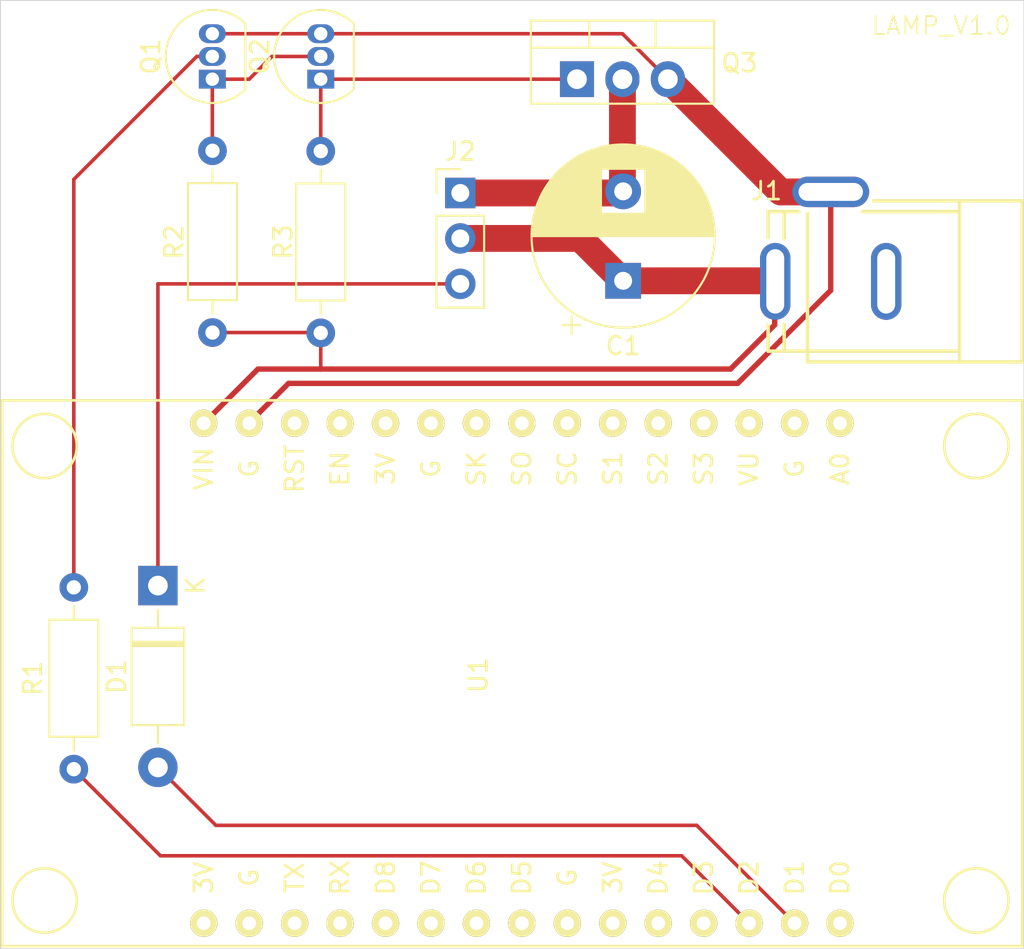
<source format=kicad_pcb>
(kicad_pcb (version 20221018) (generator pcbnew)
  (layers (0 "F.Cu" signal) (31 "B.Cu" signal) (34 "B.Paste" user) (35 "F.Paste" user) (36 "B.SilkS" user "B.Silkscreen") (37 "F.SilkS" user "F.Silkscreen") (38 "B.Mask" user) (39 "F.Mask" user) (44 "Edge.Cuts" user))
  (net 0 "")
  (net 1 "+5V")
  (net 2 "Net-(J2-Pin_1)")
  (net 3 "GND")
  (net 5 "Net-(Q1-C)")
  (net 6 "Net-(Q1-B)")
  (net 7 "Net-(Q2-C)")
  (net 34 "Net-(U1-D2(GPIO4))")
  (net 35 "Net-(D1-A)")
  (net 36 "Net-(D1-K)")
  (footprint "Package_TO_SOT_THT:TO-220-3_Vertical" (layer "F.Cu") (at 60.12 36.5)
    (fp_text reference "Q3" (at 9.08 -0.9) (layer "F.SilkS"))
    (fp_text value "IRF540N")
    (fp_line (start -2.58 -3.27) (end -2.58 1.371) (stroke (width 0.12)) (layer "F.SilkS"))
    (fp_line (start -2.58 -3.27) (end 7.66 -3.27) (stroke (width 0.12)) (layer "F.SilkS"))
    (fp_line (start -2.58 -1.76) (end 7.66 -1.76) (stroke (width 0.12)) (layer "F.SilkS"))
    (fp_line (start -2.58 1.371) (end 7.66 1.371) (stroke (width 0.12)) (layer "F.SilkS"))
    (fp_line (start 0.69 -3.27) (end 0.69 -1.76) (stroke (width 0.12)) (layer "F.SilkS"))
    (fp_line (start 4.391 -3.27) (end 4.391 -1.76) (stroke (width 0.12)) (layer "F.SilkS"))
    (fp_line (start 7.66 -3.27) (end 7.66 1.371) (stroke (width 0.12)) (layer "F.SilkS"))
    (pad "1" thru_hole rect (at 0 0) (size 1.905 2) (drill 1.1) (layers "*.Cu" "*.Mask") (net 7 "Net-(Q2-C)"))
    (pad "2" thru_hole oval (at 2.54 0) (size 1.905 2) (drill 1.1) (layers "*.Cu" "*.Mask") (net 2 "Net-(J2-Pin_1)"))
    (pad "3" thru_hole oval (at 5.08 0) (size 1.905 2) (drill 1.1) (layers "*.Cu" "*.Mask") (net 3 "GND"))
  )
  (footprint "Package_TO_SOT_THT:TO-92_Inline" (layer "F.Cu") (at 45.8 36.5 90)
    (fp_text reference "Q2" (at 1.27 -3.4 90) (layer "F.SilkS"))
    (fp_text value "BC547")
    (fp_line (start -0.53 1.85) (end 3.07 1.85) (stroke (width 0.12)) (layer "F.SilkS"))
    (fp_arc (start -0.568478 1.838478) (mid -1.132087 -0.994977) (end 1.27 -2.6) (stroke (width 0.12)) (layer "F.SilkS"))
    (fp_arc (start 1.27 -2.6) (mid 3.672087 -0.994977) (end 3.108478 1.838478) (stroke (width 0.12)) (layer "F.SilkS"))
    (pad "1" thru_hole rect (at 0 0 90) (size 1.05 1.5) (drill 0.75) (layers "*.Cu" "*.Mask") (net 7 "Net-(Q2-C)"))
    (pad "2" thru_hole oval (at 1.27 0 90) (size 1.05 1.5) (drill 0.75) (layers "*.Cu" "*.Mask") (net 5 "Net-(Q1-C)"))
    (pad "3" thru_hole oval (at 2.54 0 90) (size 1.05 1.5) (drill 0.75) (layers "*.Cu" "*.Mask") (net 3 "GND"))
  )
  (footprint "Diode_THT:D_DO-41_SOD81_P10.16mm_Horizontal" (layer "F.Cu") (at 36.7 64.8 -90)
    (fp_text reference "D1" (at 5.08 2.3 90) (layer "F.SilkS"))
    (fp_text value "1N4007")
    (fp_text user "K" (at 0 -2.1 90) (layer "F.SilkS"))
    (fp_line (start 1.34 0) (end 2.36 0) (stroke (width 0.12)) (layer "F.SilkS"))
    (fp_line (start 2.36 -1.47) (end 2.36 1.47) (stroke (width 0.12)) (layer "F.SilkS"))
    (fp_line (start 2.36 1.47) (end 7.8 1.47) (stroke (width 0.12)) (layer "F.SilkS"))
    (fp_line (start 3.14 -1.47) (end 3.14 1.47) (stroke (width 0.12)) (layer "F.SilkS"))
    (fp_line (start 3.26 -1.47) (end 3.26 1.47) (stroke (width 0.12)) (layer "F.SilkS"))
    (fp_line (start 3.38 -1.47) (end 3.38 1.47) (stroke (width 0.12)) (layer "F.SilkS"))
    (fp_line (start 7.8 -1.47) (end 2.36 -1.47) (stroke (width 0.12)) (layer "F.SilkS"))
    (fp_line (start 7.8 1.47) (end 7.8 -1.47) (stroke (width 0.12)) (layer "F.SilkS"))
    (fp_line (start 8.82 0) (end 7.8 0) (stroke (width 0.12)) (layer "F.SilkS"))
    (pad "1" thru_hole rect (at 0 0 270) (size 2.2 2.2) (drill 1.1) (layers "*.Cu" "*.Mask") (net 36 "Net-(D1-K)"))
    (pad "2" thru_hole oval (at 10.16 0 270) (size 2.2 2.2) (drill 1.1) (layers "*.Cu" "*.Mask") (net 35 "Net-(D1-A)"))
  )
  (footprint "Package_TO_SOT_THT:TO-92_Inline" (layer "F.Cu") (at 39.74 36.5 90)
    (fp_text reference "Q1" (at 1.27 -3.44 90) (layer "F.SilkS"))
    (fp_text value "BC547" hide)
    (fp_line (start -0.53 1.85) (end 3.07 1.85) (stroke (width 0.12)) (layer "F.SilkS"))
    (fp_arc (start -0.568478 1.838478) (mid -1.132087 -0.994977) (end 1.27 -2.6) (stroke (width 0.12)) (layer "F.SilkS"))
    (fp_arc (start 1.27 -2.6) (mid 3.672087 -0.994977) (end 3.108478 1.838478) (stroke (width 0.12)) (layer "F.SilkS"))
    (pad "1" thru_hole rect (at 0 0 90) (size 1.05 1.5) (drill 0.75) (layers "*.Cu" "*.Mask") (net 5 "Net-(Q1-C)"))
    (pad "2" thru_hole oval (at 1.27 0 90) (size 1.05 1.5) (drill 0.75) (layers "*.Cu" "*.Mask") (net 6 "Net-(Q1-B)"))
    (pad "3" thru_hole oval (at 2.54 0 90) (size 1.05 1.5) (drill 0.75) (layers "*.Cu" "*.Mask") (net 3 "GND"))
  )
  (footprint "Resistor_THT:R_Axial_DIN0207_L6.3mm_D2.5mm_P10.16mm_Horizontal" (layer "F.Cu") (at 32 75.06 90)
    (fp_text reference "R1" (at 5.08 -2.3 90) (layer "F.SilkS"))
    (fp_text value "10k")
    (fp_line (start 1.04 0) (end 1.81 0) (stroke (width 0.12)) (layer "F.SilkS"))
    (fp_line (start 1.81 -1.37) (end 1.81 1.37) (stroke (width 0.12)) (layer "F.SilkS"))
    (fp_line (start 1.81 1.37) (end 8.35 1.37) (stroke (width 0.12)) (layer "F.SilkS"))
    (fp_line (start 8.35 -1.37) (end 1.81 -1.37) (stroke (width 0.12)) (layer "F.SilkS"))
    (fp_line (start 8.35 1.37) (end 8.35 -1.37) (stroke (width 0.12)) (layer "F.SilkS"))
    (fp_line (start 9.12 0) (end 8.35 0) (stroke (width 0.12)) (layer "F.SilkS"))
    (pad "1" thru_hole circle (at 0 0 90) (size 1.6 1.6) (drill 0.8) (layers "*.Cu" "*.Mask") (net 34 "Net-(U1-D2(GPIO4))"))
    (pad "2" thru_hole oval (at 10.16 0 90) (size 1.6 1.6) (drill 0.8) (layers "*.Cu" "*.Mask") (net 6 "Net-(Q1-B)"))
  )
  (footprint "Resistor_THT:R_Axial_DIN0207_L6.3mm_D2.5mm_P10.16mm_Horizontal" (layer "F.Cu") (at 45.8 40.52 -90)
    (fp_text reference "R3" (at 5.08 2.1 90) (layer "F.SilkS"))
    (fp_text value "10k")
    (fp_line (start 1.04 0) (end 1.81 0) (stroke (width 0.12)) (layer "F.SilkS"))
    (fp_line (start 1.81 -1.37) (end 1.81 1.37) (stroke (width 0.12)) (layer "F.SilkS"))
    (fp_line (start 1.81 1.37) (end 8.35 1.37) (stroke (width 0.12)) (layer "F.SilkS"))
    (fp_line (start 8.35 -1.37) (end 1.81 -1.37) (stroke (width 0.12)) (layer "F.SilkS"))
    (fp_line (start 8.35 1.37) (end 8.35 -1.37) (stroke (width 0.12)) (layer "F.SilkS"))
    (fp_line (start 9.12 0) (end 8.35 0) (stroke (width 0.12)) (layer "F.SilkS"))
    (pad "1" thru_hole circle (at 0 0 270) (size 1.6 1.6) (drill 0.8) (layers "*.Cu" "*.Mask") (net 7 "Net-(Q2-C)"))
    (pad "2" thru_hole oval (at 10.16 0 270) (size 1.6 1.6) (drill 0.8) (layers "*.Cu" "*.Mask") (net 1 "+5V"))
  )
  (footprint "Connector_PinHeader_2.54mm:PinHeader_1x03_P2.54mm_Vertical" (layer "F.Cu") (at 53.6 42.86)
    (fp_text reference "J2" (at 0 -2.33) (layer "F.SilkS"))
    (fp_text value "WS2812B (header)")
    (fp_line (start -1.33 -1.33) (end 0 -1.33) (stroke (width 0.12)) (layer "F.SilkS"))
    (fp_line (start -1.33 0) (end -1.33 -1.33) (stroke (width 0.12)) (layer "F.SilkS"))
    (fp_line (start -1.33 1.27) (end -1.33 6.41) (stroke (width 0.12)) (layer "F.SilkS"))
    (fp_line (start -1.33 1.27) (end 1.33 1.27) (stroke (width 0.12)) (layer "F.SilkS"))
    (fp_line (start -1.33 6.41) (end 1.33 6.41) (stroke (width 0.12)) (layer "F.SilkS"))
    (fp_line (start 1.33 1.27) (end 1.33 6.41) (stroke (width 0.12)) (layer "F.SilkS"))
    (pad "1" thru_hole rect (at 0 0) (size 1.7 1.7) (drill 1) (layers "*.Cu" "*.Mask") (net 2 "Net-(J2-Pin_1)"))
    (pad "2" thru_hole oval (at 0 2.54) (size 1.7 1.7) (drill 1) (layers "*.Cu" "*.Mask") (net 1 "+5V"))
    (pad "3" thru_hole oval (at 0 5.08) (size 1.7 1.7) (drill 1) (layers "*.Cu" "*.Mask") (net 36 "Net-(D1-K)"))
  )
  (footprint "ESP8266:NodeMCU-LoLinV3" (layer "F.Cu") (at 54.5 69.7 -90)
    (fp_text reference "U1" (at 0.1 -0.1 90) (layer "F.SilkS"))
    (fp_text value "NodeMCU 3.0 (ESP-12E)")
    (fp_text user "G" (at 11.43 12.7 90) (layer "F.SilkS"))
    (fp_text user "3V" (at -11.43 5.08 90) (layer "F.SilkS"))
    (fp_text user "D6" (at 11.43 0 90) (layer "F.SilkS"))
    (fp_text user "D0" (at 11.43 -20.32 90) (layer "F.SilkS"))
    (fp_text user "D2" (at 11.43 -15.24 90) (layer "F.SilkS"))
    (fp_text user "SK" (at -11.43 0 90) (layer "F.SilkS"))
    (fp_text user "VU" (at -11.43 -15.24 90) (layer "F.SilkS"))
    (fp_text user "G" (at -11.43 12.7 90) (layer "F.SilkS"))
    (fp_text user "S1" (at -11.43 -7.62 90) (layer "F.SilkS"))
    (fp_text user "EN" (at -11.43 7.62 90) (layer "F.SilkS"))
    (fp_text user "S3" (at -11.43 -12.7 90) (layer "F.SilkS"))
    (fp_text user "D3" (at 11.43 -12.7 90) (layer "F.SilkS"))
    (fp_text user "D8" (at 11.43 5.08 90) (layer "F.SilkS"))
    (fp_text user "TX" (at 11.43 10.16 90) (layer "F.SilkS"))
    (fp_text user "G" (at -11.43 -17.78 90) (layer "F.SilkS"))
    (fp_text user "3V" (at 11.43 -7.62 90) (layer "F.SilkS"))
    (fp_text user "S2" (at -11.43 -10.16 90) (layer "F.SilkS"))
    (fp_text user "G" (at -11.43 2.54 90) (layer "F.SilkS"))
    (fp_text user "RST" (at -11.43 10.16 90) (layer "F.SilkS"))
    (fp_text user "3V" (at 11.43 15.24 90) (layer "F.SilkS"))
    (fp_text user "A0" (at -11.43 -20.32 90) (layer "F.SilkS"))
    (fp_text user "D1" (at 11.43 -17.78 90) (layer "F.SilkS"))
    (fp_text user "RX" (at 11.43 7.62 90) (layer "F.SilkS"))
    (fp_text user "G" (at 11.43 -5.08 90) (layer "F.SilkS"))
    (fp_text user "D4" (at 11.43 -10.16 90) (layer "F.SilkS"))
    (fp_text user "SC" (at -11.43 -5.08 90) (layer "F.SilkS"))
    (fp_text user "D7" (at 11.43 2.54 90) (layer "F.SilkS"))
    (fp_text user "SO" (at -11.43 -2.54 90) (layer "F.SilkS"))
    (fp_text user "VIN" (at -11.43 15.24 90) (layer "F.SilkS"))
    (fp_text user "D5" (at 11.43 -2.54 90) (layer "F.SilkS"))
    (fp_line (start -15.25 -30.5) (end -15.25 26.5) (stroke (width 0.15)) (layer "F.SilkS"))
    (fp_line (start -15.25 26.5) (end 15.25 26.5) (stroke (width 0.15)) (layer "F.SilkS"))
    (fp_line (start -14.75 -30.5) (end -15.25 -30.5) (stroke (width 0.15)) (layer "F.SilkS"))
    (fp_line (start 15.25 -30.5) (end -14.75 -30.5) (stroke (width 0.15)) (layer "F.SilkS"))
    (fp_line (start 15.25 26.5) (end 15.25 -30.5) (stroke (width 0.15)) (layer "F.SilkS"))
    (fp_circle (center -12.7 -27.94) (end -11.43 -29.21) (stroke (width 0.15)) (fill none) (layer "F.SilkS"))
    (fp_circle (center -12.7 24.13) (end -11.43 22.86) (stroke (width 0.15)) (fill none) (layer "F.SilkS"))
    (fp_circle (center 12.7 -27.94) (end 13.97 -29.21) (stroke (width 0.15)) (fill none) (layer "F.SilkS"))
    (fp_circle (center 12.7 24.13) (end 13.97 22.86) (stroke (width 0.15)) (fill none) (layer "F.SilkS"))
    (pad "1" thru_hole circle (at -13.97 -20.32 270) (size 1.524 1.524) (drill 0.762) (layers "*.Cu" "*.Mask" "F.SilkS"))
    (pad "2" thru_hole circle (at -13.97 -17.78 270) (size 1.524 1.524) (drill 0.762) (layers "*.Cu" "*.Mask" "F.SilkS"))
    (pad "3" thru_hole circle (at -13.97 -15.24 270) (size 1.524 1.524) (drill 0.762) (layers "*.Cu" "*.Mask" "F.SilkS"))
    (pad "4" thru_hole circle (at -13.97 -12.7 270) (size 1.524 1.524) (drill 0.762) (layers "*.Cu" "*.Mask" "F.SilkS"))
    (pad "5" thru_hole circle (at -13.97 -10.16 270) (size 1.524 1.524) (drill 0.762) (layers "*.Cu" "*.Mask" "F.SilkS"))
    (pad "6" thru_hole circle (at -13.97 -7.62 270) (size 1.524 1.524) (drill 0.762) (layers "*.Cu" "*.Mask" "F.SilkS"))
    (pad "7" thru_hole circle (at -13.97 -5.08 270) (size 1.524 1.524) (drill 0.762) (layers "*.Cu" "*.Mask" "F.SilkS"))
    (pad "8" thru_hole circle (at -13.97 -2.54 270) (size 1.524 1.524) (drill 0.762) (layers "*.Cu" "*.Mask" "F.SilkS"))
    (pad "9" thru_hole circle (at -13.97 0 270) (size 1.524 1.524) (drill 0.762) (layers "*.Cu" "*.Mask" "F.SilkS"))
    (pad "10" thru_hole circle (at -13.97 2.54 270) (size 1.524 1.524) (drill 0.762) (layers "*.Cu" "*.Mask" "F.SilkS"))
    (pad "11" thru_hole circle (at -13.97 5.08 270) (size 1.524 1.524) (drill 0.762) (layers "*.Cu" "*.Mask" "F.SilkS"))
    (pad "12" thru_hole circle (at -13.97 7.62 270) (size 1.524 1.524) (drill 0.762) (layers "*.Cu" "*.Mask" "F.SilkS"))
    (pad "13" thru_hole circle (at -13.97 10.16 270) (size 1.524 1.524) (drill 0.762) (layers "*.Cu" "*.Mask" "F.SilkS"))
    (pad "14" thru_hole circle (at -13.97 12.7 270) (size 1.524 1.524) (drill 0.762) (layers "*.Cu" "*.Mask" "F.SilkS") (net 3 "GND"))
    (pad "15" thru_hole circle (at -13.97 15.24 270) (size 1.524 1.524) (drill 0.762) (layers "*.Cu" "*.Mask" "F.SilkS") (net 1 "+5V"))
    (pad "16" thru_hole circle (at 13.97 15.24 270) (size 1.524 1.524) (drill 0.762) (layers "*.Cu" "*.Mask" "F.SilkS"))
    (pad "17" thru_hole circle (at 13.97 12.7 270) (size 1.524 1.524) (drill 0.762) (layers "*.Cu" "*.Mask" "F.SilkS"))
    (pad "18" thru_hole circle (at 13.97 10.16 270) (size 1.524 1.524) (drill 0.762) (layers "*.Cu" "*.Mask" "F.SilkS"))
    (pad "19" thru_hole circle (at 13.97 7.62 270) (size 1.524 1.524) (drill 0.762) (layers "*.Cu" "*.Mask" "F.SilkS"))
    (pad "20" thru_hole circle (at 13.97 5.08 270) (size 1.524 1.524) (drill 0.762) (layers "*.Cu" "*.Mask" "F.SilkS"))
    (pad "21" thru_hole circle (at 13.97 2.54 270) (size 1.524 1.524) (drill 0.762) (layers "*.Cu" "*.Mask" "F.SilkS"))
    (pad "22" thru_hole circle (at 13.97 0 270) (size 1.524 1.524) (drill 0.762) (layers "*.Cu" "*.Mask" "F.SilkS"))
    (pad "23" thru_hole circle (at 13.97 -2.54 270) (size 1.524 1.524) (drill 0.762) (layers "*.Cu" "*.Mask" "F.SilkS"))
    (pad "24" thru_hole circle (at 13.97 -5.08 270) (size 1.524 1.524) (drill 0.762) (layers "*.Cu" "*.Mask" "F.SilkS"))
    (pad "25" thru_hole circle (at 13.97 -7.62 270) (size 1.524 1.524) (drill 0.762) (layers "*.Cu" "*.Mask" "F.SilkS"))
    (pad "26" thru_hole circle (at 13.97 -10.16 270) (size 1.524 1.524) (drill 0.762) (layers "*.Cu" "*.Mask" "F.SilkS"))
    (pad "27" thru_hole circle (at 13.97 -12.7 270) (size 1.524 1.524) (drill 0.762) (layers "*.Cu" "*.Mask" "F.SilkS"))
    (pad "28" thru_hole circle (at 13.97 -15.24 270) (size 1.524 1.524) (drill 0.762) (layers "*.Cu" "*.Mask" "F.SilkS") (net 34 "Net-(U1-D2(GPIO4))"))
    (pad "29" thru_hole circle (at 13.97 -17.78 270) (size 1.524 1.524) (drill 0.762) (layers "*.Cu" "*.Mask" "F.SilkS") (net 35 "Net-(D1-A)"))
    (pad "30" thru_hole circle (at 13.97 -20.32 270) (size 1.524 1.524) (drill 0.762) (layers "*.Cu" "*.Mask" "F.SilkS"))
  )
  (footprint "FC68148:CLIFF_FC68148(DC-10A)" (layer "F.Cu") (at 77.4 47.8 90)
    (fp_text reference "J1" (at 5.0546 -6.6802) (layer "F.SilkS"))
    (fp_text value "FC68148")
    (fp_line (start -4.5 -4.4) (end 3.8 -4.4) (stroke (width 0.2)) (layer "F.SilkS"))
    (fp_line (start -4.5 4.1) (end 4.5 4.1) (stroke (width 0.2)) (layer "F.SilkS"))
    (fp_line (start -4.5 7.6) (end -4.5 -4.4) (stroke (width 0.2)) (layer "F.SilkS"))
    (fp_line (start -4.5 7.6) (end 4.5 7.6) (stroke (width 0.2)) (layer "F.SilkS"))
    (fp_line (start -3.9 -6.6) (end -2.431 -6.6) (stroke (width 0.2)) (layer "F.SilkS"))
    (fp_line (start -3.9 -5.7) (end -2.391 -5.7) (stroke (width 0.2)) (layer "F.SilkS"))
    (fp_line (start -3.9 4.1) (end -3.9 -6.6) (stroke (width 0.2)) (layer "F.SilkS"))
    (fp_line (start 2.391 -5.7) (end 3.9 -5.7) (stroke (width 0.2)) (layer "F.SilkS"))
    (fp_line (start 2.431 -6.6) (end 3.9 -6.6) (stroke (width 0.2)) (layer "F.SilkS"))
    (fp_line (start 3.9 -4.88) (end 3.9 -6.6) (stroke (width 0.2)) (layer "F.SilkS"))
    (fp_line (start 3.9 4.1) (end 3.9 -1.32) (stroke (width 0.2)) (layer "F.SilkS"))
    (fp_line (start 4.5 7.6) (end 4.5 -0.709) (stroke (width 0.2)) (layer "F.SilkS"))
    (pad "1" thru_hole roundrect (at 0 -6.2 90) (size 4.3 1.7) (drill oval 3.6 1) (layers "*.Cu" "*.Mask") (roundrect_rratio 0.5) (net 1 "+5V"))
    (pad "2" thru_hole roundrect (at 5 -3.1 180) (size 4.3 1.7) (drill oval 3.6 1) (layers "*.Cu" "*.Mask") (roundrect_rratio 0.5) (net 3 "GND"))
    (pad "3" thru_hole roundrect (at 0 0 270) (size 4.3 1.7) (drill oval 3.6 1) (layers "*.Cu" "*.Mask") (roundrect_rratio 0.5))
  )
  (footprint "Capacitor_THT:CP_Radial_D10.0mm_P5.00mm" (layer "F.Cu") (at 62.7 47.767677 90)
    (fp_text reference "C1" (at -3.632323 0) (layer "F.SilkS"))
    (fp_text value "1000µF")
    (fp_line (start -2.979646 -2.875) (end -1.979646 -2.875) (stroke (width 0.12)) (layer "F.SilkS"))
    (fp_line (start -2.479646 -3.375) (end -2.479646 -2.375) (stroke (width 0.12)) (layer "F.SilkS"))
    (fp_line (start 2.5 -5.08) (end 2.5 5.08) (stroke (width 0.12)) (layer "F.SilkS"))
    (fp_line (start 2.54 -5.08) (end 2.54 5.08) (stroke (width 0.12)) (layer "F.SilkS"))
    (fp_line (start 2.58 -5.08) (end 2.58 5.08) (stroke (width 0.12)) (layer "F.SilkS"))
    (fp_line (start 2.62 -5.079) (end 2.62 5.079) (stroke (width 0.12)) (layer "F.SilkS"))
    (fp_line (start 2.66 -5.078) (end 2.66 5.078) (stroke (width 0.12)) (layer "F.SilkS"))
    (fp_line (start 2.7 -5.077) (end 2.7 5.077) (stroke (width 0.12)) (layer "F.SilkS"))
    (fp_line (start 2.74 -5.075) (end 2.74 5.075) (stroke (width 0.12)) (layer "F.SilkS"))
    (fp_line (start 2.78 -5.073) (end 2.78 5.073) (stroke (width 0.12)) (layer "F.SilkS"))
    (fp_line (start 2.82 -5.07) (end 2.82 5.07) (stroke (width 0.12)) (layer "F.SilkS"))
    (fp_line (start 2.86 -5.068) (end 2.86 5.068) (stroke (width 0.12)) (layer "F.SilkS"))
    (fp_line (start 2.9 -5.065) (end 2.9 5.065) (stroke (width 0.12)) (layer "F.SilkS"))
    (fp_line (start 2.94 -5.062) (end 2.94 5.062) (stroke (width 0.12)) (layer "F.SilkS"))
    (fp_line (start 2.98 -5.058) (end 2.98 5.058) (stroke (width 0.12)) (layer "F.SilkS"))
    (fp_line (start 3.02 -5.054) (end 3.02 5.054) (stroke (width 0.12)) (layer "F.SilkS"))
    (fp_line (start 3.06 -5.05) (end 3.06 5.05) (stroke (width 0.12)) (layer "F.SilkS"))
    (fp_line (start 3.1 -5.045) (end 3.1 5.045) (stroke (width 0.12)) (layer "F.SilkS"))
    (fp_line (start 3.14 -5.04) (end 3.14 5.04) (stroke (width 0.12)) (layer "F.SilkS"))
    (fp_line (start 3.18 -5.035) (end 3.18 5.035) (stroke (width 0.12)) (layer "F.SilkS"))
    (fp_line (start 3.221 -5.03) (end 3.221 5.03) (stroke (width 0.12)) (layer "F.SilkS"))
    (fp_line (start 3.261 -5.024) (end 3.261 5.024) (stroke (width 0.12)) (layer "F.SilkS"))
    (fp_line (start 3.301 -5.018) (end 3.301 5.018) (stroke (width 0.12)) (layer "F.SilkS"))
    (fp_line (start 3.341 -5.011) (end 3.341 5.011) (stroke (width 0.12)) (layer "F.SilkS"))
    (fp_line (start 3.381 -5.004) (end 3.381 5.004) (stroke (width 0.12)) (layer "F.SilkS"))
    (fp_line (start 3.421 -4.997) (end 3.421 4.997) (stroke (width 0.12)) (layer "F.SilkS"))
    (fp_line (start 3.461 -4.99) (end 3.461 4.99) (stroke (width 0.12)) (layer "F.SilkS"))
    (fp_line (start 3.501 -4.982) (end 3.501 4.982) (stroke (width 0.12)) (layer "F.SilkS"))
    (fp_line (start 3.541 -4.974) (end 3.541 4.974) (stroke (width 0.12)) (layer "F.SilkS"))
    (fp_line (start 3.581 -4.965) (end 3.581 4.965) (stroke (width 0.12)) (layer "F.SilkS"))
    (fp_line (start 3.621 -4.956) (end 3.621 4.956) (stroke (width 0.12)) (layer "F.SilkS"))
    (fp_line (start 3.661 -4.947) (end 3.661 4.947) (stroke (width 0.12)) (layer "F.SilkS"))
    (fp_line (start 3.701 -4.938) (end 3.701 4.938) (stroke (width 0.12)) (layer "F.SilkS"))
    (fp_line (start 3.741 -4.928) (end 3.741 4.928) (stroke (width 0.12)) (layer "F.SilkS"))
    (fp_line (start 3.781 -4.918) (end 3.781 -1.241) (stroke (width 0.12)) (layer "F.SilkS"))
    (fp_line (start 3.781 1.241) (end 3.781 4.918) (stroke (width 0.12)) (layer "F.SilkS"))
    (fp_line (start 3.821 -4.907) (end 3.821 -1.241) (stroke (width 0.12)) (layer "F.SilkS"))
    (fp_line (start 3.821 1.241) (end 3.821 4.907) (stroke (width 0.12)) (layer "F.SilkS"))
    (fp_line (start 3.861 -4.897) (end 3.861 -1.241) (stroke (width 0.12)) (layer "F.SilkS"))
    (fp_line (start 3.861 1.241) (end 3.861 4.897) (stroke (width 0.12)) (layer "F.SilkS"))
    (fp_line (start 3.901 -4.885) (end 3.901 -1.241) (stroke (width 0.12)) (layer "F.SilkS"))
    (fp_line (start 3.901 1.241) (end 3.901 4.885) (stroke (width 0.12)) (layer "F.SilkS"))
    (fp_line (start 3.941 -4.874) (end 3.941 -1.241) (stroke (width 0.12)) (layer "F.SilkS"))
    (fp_line (start 3.941 1.241) (end 3.941 4.874) (stroke (width 0.12)) (layer "F.SilkS"))
    (fp_line (start 3.981 -4.862) (end 3.981 -1.241) (stroke (width 0.12)) (layer "F.SilkS"))
    (fp_line (start 3.981 1.241) (end 3.981 4.862) (stroke (width 0.12)) (layer "F.SilkS"))
    (fp_line (start 4.021 -4.85) (end 4.021 -1.241) (stroke (width 0.12)) (layer "F.SilkS"))
    (fp_line (start 4.021 1.241) (end 4.021 4.85) (stroke (width 0.12)) (layer "F.SilkS"))
    (fp_line (start 4.061 -4.837) (end 4.061 -1.241) (stroke (width 0.12)) (layer "F.SilkS"))
    (fp_line (start 4.061 1.241) (end 4.061 4.837) (stroke (width 0.12)) (layer "F.SilkS"))
    (fp_line (start 4.101 -4.824) (end 4.101 -1.241) (stroke (width 0.12)) (layer "F.SilkS"))
    (fp_line (start 4.101 1.241) (end 4.101 4.824) (stroke (width 0.12)) (layer "F.SilkS"))
    (fp_line (start 4.141 -4.811) (end 4.141 -1.241) (stroke (width 0.12)) (layer "F.SilkS"))
    (fp_line (start 4.141 1.241) (end 4.141 4.811) (stroke (width 0.12)) (layer "F.SilkS"))
    (fp_line (start 4.181 -4.797) (end 4.181 -1.241) (stroke (width 0.12)) (layer "F.SilkS"))
    (fp_line (start 4.181 1.241) (end 4.181 4.797) (stroke (width 0.12)) (layer "F.SilkS"))
    (fp_line (start 4.221 -4.783) (end 4.221 -1.241) (stroke (width 0.12)) (layer "F.SilkS"))
    (fp_line (start 4.221 1.241) (end 4.221 4.783) (stroke (width 0.12)) (layer "F.SilkS"))
    (fp_line (start 4.261 -4.768) (end 4.261 -1.241) (stroke (width 0.12)) (layer "F.SilkS"))
    (fp_line (start 4.261 1.241) (end 4.261 4.768) (stroke (width 0.12)) (layer "F.SilkS"))
    (fp_line (start 4.301 -4.754) (end 4.301 -1.241) (stroke (width 0.12)) (layer "F.SilkS"))
    (fp_line (start 4.301 1.241) (end 4.301 4.754) (stroke (width 0.12)) (layer "F.SilkS"))
    (fp_line (start 4.341 -4.738) (end 4.341 -1.241) (stroke (width 0.12)) (layer "F.SilkS"))
    (fp_line (start 4.341 1.241) (end 4.341 4.738) (stroke (width 0.12)) (layer "F.SilkS"))
    (fp_line (start 4.381 -4.723) (end 4.381 -1.241) (stroke (width 0.12)) (layer "F.SilkS"))
    (fp_line (start 4.381 1.241) (end 4.381 4.723) (stroke (width 0.12)) (layer "F.SilkS"))
    (fp_line (start 4.421 -4.707) (end 4.421 -1.241) (stroke (width 0.12)) (layer "F.SilkS"))
    (fp_line (start 4.421 1.241) (end 4.421 4.707) (stroke (width 0.12)) (layer "F.SilkS"))
    (fp_line (start 4.461 -4.69) (end 4.461 -1.241) (stroke (width 0.12)) (layer "F.SilkS"))
    (fp_line (start 4.461 1.241) (end 4.461 4.69) (stroke (width 0.12)) (layer "F.SilkS"))
    (fp_line (start 4.501 -4.674) (end 4.501 -1.241) (stroke (width 0.12)) (layer "F.SilkS"))
    (fp_line (start 4.501 1.241) (end 4.501 4.674) (stroke (width 0.12)) (layer "F.SilkS"))
    (fp_line (start 4.541 -4.657) (end 4.541 -1.241) (stroke (width 0.12)) (layer "F.SilkS"))
    (fp_line (start 4.541 1.241) (end 4.541 4.657) (stroke (width 0.12)) (layer "F.SilkS"))
    (fp_line (start 4.581 -4.639) (end 4.581 -1.241) (stroke (width 0.12)) (layer "F.SilkS"))
    (fp_line (start 4.581 1.241) (end 4.581 4.639) (stroke (width 0.12)) (layer "F.SilkS"))
    (fp_line (start 4.621 -4.621) (end 4.621 -1.241) (stroke (width 0.12)) (layer "F.SilkS"))
    (fp_line (start 4.621 1.241) (end 4.621 4.621) (stroke (width 0.12)) (layer "F.SilkS"))
    (fp_line (start 4.661 -4.603) (end 4.661 -1.241) (stroke (width 0.12)) (layer "F.SilkS"))
    (fp_line (start 4.661 1.241) (end 4.661 4.603) (stroke (width 0.12)) (layer "F.SilkS"))
    (fp_line (start 4.701 -4.584) (end 4.701 -1.241) (stroke (width 0.12)) (layer "F.SilkS"))
    (fp_line (start 4.701 1.241) (end 4.701 4.584) (stroke (width 0.12)) (layer "F.SilkS"))
    (fp_line (start 4.741 -4.564) (end 4.741 -1.241) (stroke (width 0.12)) (layer "F.SilkS"))
    (fp_line (start 4.741 1.241) (end 4.741 4.564) (stroke (width 0.12)) (layer "F.SilkS"))
    (fp_line (start 4.781 -4.545) (end 4.781 -1.241) (stroke (width 0.12)) (layer "F.SilkS"))
    (fp_line (start 4.781 1.241) (end 4.781 4.545) (stroke (width 0.12)) (layer "F.SilkS"))
    (fp_line (start 4.821 -4.525) (end 4.821 -1.241) (stroke (width 0.12)) (layer "F.SilkS"))
    (fp_line (start 4.821 1.241) (end 4.821 4.525) (stroke (width 0.12)) (layer "F.SilkS"))
    (fp_line (start 4.861 -4.504) (end 4.861 -1.241) (stroke (width 0.12)) (layer "F.SilkS"))
    (fp_line (start 4.861 1.241) (end 4.861 4.504) (stroke (width 0.12)) (layer "F.SilkS"))
    (fp_line (start 4.901 -4.483) (end 4.901 -1.241) (stroke (width 0.12)) (layer "F.SilkS"))
    (fp_line (start 4.901 1.241) (end 4.901 4.483) (stroke (width 0.12)) (layer "F.SilkS"))
    (fp_line (start 4.941 -4.462) (end 4.941 -1.241) (stroke (width 0.12)) (layer "F.SilkS"))
    (fp_line (start 4.941 1.241) (end 4.941 4.462) (stroke (width 0.12)) (layer "F.SilkS"))
    (fp_line (start 4.981 -4.44) (end 4.981 -1.241) (stroke (width 0.12)) (layer "F.SilkS"))
    (fp_line (start 4.981 1.241) (end 4.981 4.44) (stroke (width 0.12)) (layer "F.SilkS"))
    (fp_line (start 5.021 -4.417) (end 5.021 -1.241) (stroke (width 0.12)) (layer "F.SilkS"))
    (fp_line (start 5.021 1.241) (end 5.021 4.417) (stroke (width 0.12)) (layer "F.SilkS"))
    (fp_line (start 5.061 -4.395) (end 5.061 -1.241) (stroke (width 0.12)) (layer "F.SilkS"))
    (fp_line (start 5.061 1.241) (end 5.061 4.395) (stroke (width 0.12)) (layer "F.SilkS"))
    (fp_line (start 5.101 -4.371) (end 5.101 -1.241) (stroke (width 0.12)) (layer "F.SilkS"))
    (fp_line (start 5.101 1.241) (end 5.101 4.371) (stroke (width 0.12)) (layer "F.SilkS"))
    (fp_line (start 5.141 -4.347) (end 5.141 -1.241) (stroke (width 0.12)) (layer "F.SilkS"))
    (fp_line (start 5.141 1.241) (end 5.141 4.347) (stroke (width 0.12)) (layer "F.SilkS"))
    (fp_line (start 5.181 -4.323) (end 5.181 -1.241) (stroke (width 0.12)) (layer "F.SilkS"))
    (fp_line (start 5.181 1.241) (end 5.181 4.323) (stroke (width 0.12)) (layer "F.SilkS"))
    (fp_line (start 5.221 -4.298) (end 5.221 -1.241) (stroke (width 0.12)) (layer "F.SilkS"))
    (fp_line (start 5.221 1.241) (end 5.221 4.298) (stroke (width 0.12)) (layer "F.SilkS"))
    (fp_line (start 5.261 -4.273) (end 5.261 -1.241) (stroke (width 0.12)) (layer "F.SilkS"))
    (fp_line (start 5.261 1.241) (end 5.261 4.273) (stroke (width 0.12)) (layer "F.SilkS"))
    (fp_line (start 5.301 -4.247) (end 5.301 -1.241) (stroke (width 0.12)) (layer "F.SilkS"))
    (fp_line (start 5.301 1.241) (end 5.301 4.247) (stroke (width 0.12)) (layer "F.SilkS"))
    (fp_line (start 5.341 -4.221) (end 5.341 -1.241) (stroke (width 0.12)) (layer "F.SilkS"))
    (fp_line (start 5.341 1.241) (end 5.341 4.221) (stroke (width 0.12)) (layer "F.SilkS"))
    (fp_line (start 5.381 -4.194) (end 5.381 -1.241) (stroke (width 0.12)) (layer "F.SilkS"))
    (fp_line (start 5.381 1.241) (end 5.381 4.194) (stroke (width 0.12)) (layer "F.SilkS"))
    (fp_line (start 5.421 -4.166) (end 5.421 -1.241) (stroke (width 0.12)) (layer "F.SilkS"))
    (fp_line (start 5.421 1.241) (end 5.421 4.166) (stroke (width 0.12)) (layer "F.SilkS"))
    (fp_line (start 5.461 -4.138) (end 5.461 -1.241) (stroke (width 0.12)) (layer "F.SilkS"))
    (fp_line (start 5.461 1.241) (end 5.461 4.138) (stroke (width 0.12)) (layer "F.SilkS"))
    (fp_line (start 5.501 -4.11) (end 5.501 -1.241) (stroke (width 0.12)) (layer "F.SilkS"))
    (fp_line (start 5.501 1.241) (end 5.501 4.11) (stroke (width 0.12)) (layer "F.SilkS"))
    (fp_line (start 5.541 -4.08) (end 5.541 -1.241) (stroke (width 0.12)) (layer "F.SilkS"))
    (fp_line (start 5.541 1.241) (end 5.541 4.08) (stroke (width 0.12)) (layer "F.SilkS"))
    (fp_line (start 5.581 -4.05) (end 5.581 -1.241) (stroke (width 0.12)) (layer "F.SilkS"))
    (fp_line (start 5.581 1.241) (end 5.581 4.05) (stroke (width 0.12)) (layer "F.SilkS"))
    (fp_line (start 5.621 -4.02) (end 5.621 -1.241) (stroke (width 0.12)) (layer "F.SilkS"))
    (fp_line (start 5.621 1.241) (end 5.621 4.02) (stroke (width 0.12)) (layer "F.SilkS"))
    (fp_line (start 5.661 -3.989) (end 5.661 -1.241) (stroke (width 0.12)) (layer "F.SilkS"))
    (fp_line (start 5.661 1.241) (end 5.661 3.989) (stroke (width 0.12)) (layer "F.SilkS"))
    (fp_line (start 5.701 -3.957) (end 5.701 -1.241) (stroke (width 0.12)) (layer "F.SilkS"))
    (fp_line (start 5.701 1.241) (end 5.701 3.957) (stroke (width 0.12)) (layer "F.SilkS"))
    (fp_line (start 5.741 -3.925) (end 5.741 -1.241) (stroke (width 0.12)) (layer "F.SilkS"))
    (fp_line (start 5.741 1.241) (end 5.741 3.925) (stroke (width 0.12)) (layer "F.SilkS"))
    (fp_line (start 5.781 -3.892) (end 5.781 -1.241) (stroke (width 0.12)) (layer "F.SilkS"))
    (fp_line (start 5.781 1.241) (end 5.781 3.892) (stroke (width 0.12)) (layer "F.SilkS"))
    (fp_line (start 5.821 -3.858) (end 5.821 -1.241) (stroke (width 0.12)) (layer "F.SilkS"))
    (fp_line (start 5.821 1.241) (end 5.821 3.858) (stroke (width 0.12)) (layer "F.SilkS"))
    (fp_line (start 5.861 -3.824) (end 5.861 -1.241) (stroke (width 0.12)) (layer "F.SilkS"))
    (fp_line (start 5.861 1.241) (end 5.861 3.824) (stroke (width 0.12)) (layer "F.SilkS"))
    (fp_line (start 5.901 -3.789) (end 5.901 -1.241) (stroke (width 0.12)) (layer "F.SilkS"))
    (fp_line (start 5.901 1.241) (end 5.901 3.789) (stroke (width 0.12)) (layer "F.SilkS"))
    (fp_line (start 5.941 -3.753) (end 5.941 -1.241) (stroke (width 0.12)) (layer "F.SilkS"))
    (fp_line (start 5.941 1.241) (end 5.941 3.753) (stroke (width 0.12)) (layer "F.SilkS"))
    (fp_line (start 5.981 -3.716) (end 5.981 -1.241) (stroke (width 0.12)) (layer "F.SilkS"))
    (fp_line (start 5.981 1.241) (end 5.981 3.716) (stroke (width 0.12)) (layer "F.SilkS"))
    (fp_line (start 6.021 -3.679) (end 6.021 -1.241) (stroke (width 0.12)) (layer "F.SilkS"))
    (fp_line (start 6.021 1.241) (end 6.021 3.679) (stroke (width 0.12)) (layer "F.SilkS"))
    (fp_line (start 6.061 -3.64) (end 6.061 -1.241) (stroke (width 0.12)) (layer "F.SilkS"))
    (fp_line (start 6.061 1.241) (end 6.061 3.64) (stroke (width 0.12)) (layer "F.SilkS"))
    (fp_line (start 6.101 -3.601) (end 6.101 -1.241) (stroke (width 0.12)) (layer "F.SilkS"))
    (fp_line (start 6.101 1.241) (end 6.101 3.601) (stroke (width 0.12)) (layer "F.SilkS"))
    (fp_line (start 6.141 -3.561) (end 6.141 -1.241) (stroke (width 0.12)) (layer "F.SilkS"))
    (fp_line (start 6.141 1.241) (end 6.141 3.561) (stroke (width 0.12)) (layer "F.SilkS"))
    (fp_line (start 6.181 -3.52) (end 6.181 -1.241) (stroke (width 0.12)) (layer "F.SilkS"))
    (fp_line (start 6.181 1.241) (end 6.181 3.52) (stroke (width 0.12)) (layer "F.SilkS"))
    (fp_line (start 6.221 -3.478) (end 6.221 -1.241) (stroke (width 0.12)) (layer "F.SilkS"))
    (fp_line (start 6.221 1.241) (end 6.221 3.478) (stroke (width 0.12)) (layer "F.SilkS"))
    (fp_line (start 6.261 -3.436) (end 6.261 3.436) (stroke (width 0.12)) (layer "F.SilkS"))
    (fp_line (start 6.301 -3.392) (end 6.301 3.392) (stroke (width 0.12)) (layer "F.SilkS"))
    (fp_line (start 6.341 -3.347) (end 6.341 3.347) (stroke (width 0.12)) (layer "F.SilkS"))
    (fp_line (start 6.381 -3.301) (end 6.381 3.301) (stroke (width 0.12)) (layer "F.SilkS"))
    (fp_line (start 6.421 -3.254) (end 6.421 3.254) (stroke (width 0.12)) (layer "F.SilkS"))
    (fp_line (start 6.461 -3.206) (end 6.461 3.206) (stroke (width 0.12)) (layer "F.SilkS"))
    (fp_line (start 6.501 -3.156) (end 6.501 3.156) (stroke (width 0.12)) (layer "F.SilkS"))
    (fp_line (start 6.541 -3.106) (end 6.541 3.106) (stroke (width 0.12)) (layer "F.SilkS"))
    (fp_line (start 6.581 -3.054) (end 6.581 3.054) (stroke (width 0.12)) (layer "F.SilkS"))
    (fp_line (start 6.621 -3) (end 6.621 3) (stroke (width 0.12)) (layer "F.SilkS"))
    (fp_line (start 6.661 -2.945) (end 6.661 2.945) (stroke (width 0.12)) (layer "F.SilkS"))
    (fp_line (start 6.701 -2.889) (end 6.701 2.889) (stroke (width 0.12)) (layer "F.SilkS"))
    (fp_line (start 6.741 -2.83) (end 6.741 2.83) (stroke (width 0.12)) (layer "F.SilkS"))
    (fp_line (start 6.781 -2.77) (end 6.781 2.77) (stroke (width 0.12)) (layer "F.SilkS"))
    (fp_line (start 6.821 -2.709) (end 6.821 2.709) (stroke (width 0.12)) (layer "F.SilkS"))
    (fp_line (start 6.861 -2.645) (end 6.861 2.645) (stroke (width 0.12)) (layer "F.SilkS"))
    (fp_line (start 6.901 -2.579) (end 6.901 2.579) (stroke (width 0.12)) (layer "F.SilkS"))
    (fp_line (start 6.941 -2.51) (end 6.941 2.51) (stroke (width 0.12)) (layer "F.SilkS"))
    (fp_line (start 6.981 -2.439) (end 6.981 2.439) (stroke (width 0.12)) (layer "F.SilkS"))
    (fp_line (start 7.021 -2.365) (end 7.021 2.365) (stroke (width 0.12)) (layer "F.SilkS"))
    (fp_line (start 7.061 -2.289) (end 7.061 2.289) (stroke (width 0.12)) (layer "F.SilkS"))
    (fp_line (start 7.101 -2.209) (end 7.101 2.209) (stroke (width 0.12)) (layer "F.SilkS"))
    (fp_line (start 7.141 -2.125) (end 7.141 2.125) (stroke (width 0.12)) (layer "F.SilkS"))
    (fp_line (start 7.181 -2.037) (end 7.181 2.037) (stroke (width 0.12)) (layer "F.SilkS"))
    (fp_line (start 7.221 -1.944) (end 7.221 1.944) (stroke (width 0.12)) (layer "F.SilkS"))
    (fp_line (start 7.261 -1.846) (end 7.261 1.846) (stroke (width 0.12)) (layer "F.SilkS"))
    (fp_line (start 7.301 -1.742) (end 7.301 1.742) (stroke (width 0.12)) (layer "F.SilkS"))
    (fp_line (start 7.341 -1.63) (end 7.341 1.63) (stroke (width 0.12)) (layer "F.SilkS"))
    (fp_line (start 7.381 -1.51) (end 7.381 1.51) (stroke (width 0.12)) (layer "F.SilkS"))
    (fp_line (start 7.421 -1.378) (end 7.421 1.378) (stroke (width 0.12)) (layer "F.SilkS"))
    (fp_line (start 7.461 -1.23) (end 7.461 1.23) (stroke (width 0.12)) (layer "F.SilkS"))
    (fp_line (start 7.501 -1.062) (end 7.501 1.062) (stroke (width 0.12)) (layer "F.SilkS"))
    (fp_line (start 7.541 -0.862) (end 7.541 0.862) (stroke (width 0.12)) (layer "F.SilkS"))
    (fp_line (start 7.581 -0.599) (end 7.581 0.599) (stroke (width 0.12)) (layer "F.SilkS"))
    (fp_circle (center 2.5 0) (end 7.62 0) (stroke (width 0.12)) (fill none) (layer "F.SilkS"))
    (pad "1" thru_hole rect (at 0 0 90) (size 2 2) (drill 1) (layers "*.Cu" "*.Mask") (net 1 "+5V"))
    (pad "2" thru_hole circle (at 5 0 90) (size 2 2) (drill 1) (layers "*.Cu" "*.Mask") (net 2 "Net-(J2-Pin_1)"))
  )
  (footprint "Resistor_THT:R_Axial_DIN0207_L6.3mm_D2.5mm_P10.16mm_Horizontal" (layer "F.Cu") (at 39.75 40.5 -90)
    (fp_text reference "R2" (at 5.1 2.15 90) (layer "F.SilkS"))
    (fp_text value "10k")
    (fp_line (start 1.04 0) (end 1.81 0) (stroke (width 0.12)) (layer "F.SilkS"))
    (fp_line (start 1.81 -1.37) (end 1.81 1.37) (stroke (width 0.12)) (layer "F.SilkS"))
    (fp_line (start 1.81 1.37) (end 8.35 1.37) (stroke (width 0.12)) (layer "F.SilkS"))
    (fp_line (start 8.35 -1.37) (end 1.81 -1.37) (stroke (width 0.12)) (layer "F.SilkS"))
    (fp_line (start 8.35 1.37) (end 8.35 -1.37) (stroke (width 0.12)) (layer "F.SilkS"))
    (fp_line (start 9.12 0) (end 8.35 0) (stroke (width 0.12)) (layer "F.SilkS"))
    (pad "1" thru_hole circle (at 0 0 270) (size 1.6 1.6) (drill 0.8) (layers "*.Cu" "*.Mask") (net 5 "Net-(Q1-C)"))
    (pad "2" thru_hole oval (at 10.16 0 270) (size 1.6 1.6) (drill 0.8) (layers "*.Cu" "*.Mask") (net 1 "+5V"))
  )
  (gr_rect (start 27.9 32.1) (end 85.1 85.1) (stroke (width 0.05)) (fill none) (layer "Edge.Cuts"))
  (gr_text "LAMP_V1.0" (at 76.5 34.1) (layer "F.SilkS") (effects (font (size 1 1) (thickness 0.1)) (justify left bottom)))
  (segment (start 71.167677 50.232323) (end 68.7 52.7) (width 0.3) (layer "F.Cu") (net 1))
  (segment (start 60.3 45.4) (end 53.6 45.4) (width 1.5) (layer "F.Cu") (net 1))
  (segment (start 62.7 47.767677) (end 62.667677 47.767677) (width 1.5) (layer "F.Cu") (net 1))
  (segment (start 45.8 52.7) (end 42.29 52.7) (width 0.3) (layer "F.Cu") (net 1))
  (segment (start 71.167677 47.767677) (end 71.167677 50.232323) (width 0.3) (layer "F.Cu") (net 1))
  (segment (start 71.167677 47.767677) (end 71.2 47.8) (width 0.2) (layer "F.Cu") (net 1))
  (segment (start 62.7 47.767677) (end 71.167677 47.767677) (width 1.5) (layer "F.Cu") (net 1))
  (segment (start 42.29 52.7) (end 39.26 55.73) (width 0.3) (layer "F.Cu") (net 1))
  (segment (start 39.75 50.66) (end 45.78 50.66) (width 0.2) (layer "F.Cu") (net 1))
  (segment (start 45.8 50.68) (end 45.8 52.7) (width 0.2) (layer "F.Cu") (net 1))
  (segment (start 68.7 52.7) (end 45.8 52.7) (width 0.3) (layer "F.Cu") (net 1))
  (segment (start 45.78 50.66) (end 45.8 50.68) (width 0.2) (layer "F.Cu") (net 1))
  (segment (start 62.667677 47.767677) (end 60.3 45.4) (width 1.5) (layer "F.Cu") (net 1))
  (segment (start 62.66 42.727677) (end 62.7 42.767677) (width 0.2) (layer "F.Cu") (net 2))
  (segment (start 62.66 42.727677) (end 62.527677 42.86) (width 0.2) (layer "F.Cu") (net 2))
  (segment (start 62.66 36.5) (end 62.66 42.727677) (width 1.5) (layer "F.Cu") (net 2))
  (segment (start 62.527677 42.86) (end 53.6 42.86) (width 1.5) (layer "F.Cu") (net 2))
  (segment (start 44 53.5) (end 41.8 55.7) (width 0.3) (layer "F.Cu") (net 3))
  (segment (start 74.3 42.8) (end 71.5 42.8) (width 1.5) (layer "F.Cu") (net 3))
  (segment (start 74.3 42.8) (end 74.3 48.3) (width 0.3) (layer "F.Cu") (net 3))
  (segment (start 69.1 53.5) (end 44 53.5) (width 0.3) (layer "F.Cu") (net 3))
  (segment (start 71.5 42.8) (end 65.2 36.5) (width 1.5) (layer "F.Cu") (net 3))
  (segment (start 39.74 33.96) (end 45.8 33.96) (width 0.2) (layer "F.Cu") (net 3))
  (segment (start 62.66 33.96) (end 65.2 36.5) (width 0.2) (layer "F.Cu") (net 3))
  (segment (start 41.8 55.7) (end 41.8 55.73) (width 0.3) (layer "F.Cu") (net 3))
  (segment (start 45.8 33.96) (end 62.66 33.96) (width 0.2) (layer "F.Cu") (net 3))
  (segment (start 74.3 48.3) (end 69.1 53.5) (width 0.3) (layer "F.Cu") (net 3))
  (segment (start 39.74 40.49) (end 39.75 40.5) (width 0.2) (layer "F.Cu") (net 5))
  (segment (start 43.07 35.23) (end 45.8 35.23) (width 0.2) (layer "F.Cu") (net 5))
  (segment (start 39.74 36.5) (end 39.74 40.49) (width 0.2) (layer "F.Cu") (net 5))
  (segment (start 41.8 36.5) (end 43.07 35.23) (width 0.2) (layer "F.Cu") (net 5))
  (segment (start 39.74 36.5) (end 41.8 36.5) (width 0.2) (layer "F.Cu") (net 5))
  (segment (start 32 64.9) (end 32 42.1) (width 0.2) (layer "F.Cu") (net 6))
  (segment (start 38.87 35.23) (end 39.74 35.23) (width 0.2) (layer "F.Cu") (net 6))
  (segment (start 32 42.1) (end 38.87 35.23) (width 0.2) (layer "F.Cu") (net 6))
  (segment (start 45.8 40.52) (end 45.8 36.5) (width 0.2) (layer "F.Cu") (net 7))
  (segment (start 45.8 36.5) (end 60.12 36.5) (width 0.2) (layer "F.Cu") (net 7))
  (segment (start 65.97 79.9) (end 69.74 83.67) (width 0.2) (layer "F.Cu") (net 34))
  (segment (start 32 75.06) (end 36.84 79.9) (width 0.2) (layer "F.Cu") (net 34))
  (segment (start 36.84 79.9) (end 65.97 79.9) (width 0.2) (layer "F.Cu") (net 34))
  (segment (start 39.94 78.2) (end 66.81 78.2) (width 0.2) (layer "F.Cu") (net 35))
  (segment (start 36.7 74.96) (end 39.94 78.2) (width 0.2) (layer "F.Cu") (net 35))
  (segment (start 66.81 78.2) (end 72.28 83.67) (width 0.2) (layer "F.Cu") (net 35))
  (segment (start 36.7 64.8) (end 36.7 47.94) (width 0.2) (layer "F.Cu") (net 36))
  (segment (start 36.7 47.94) (end 53.6 47.94) (width 0.2) (layer "F.Cu") (net 36))
)
</source>
